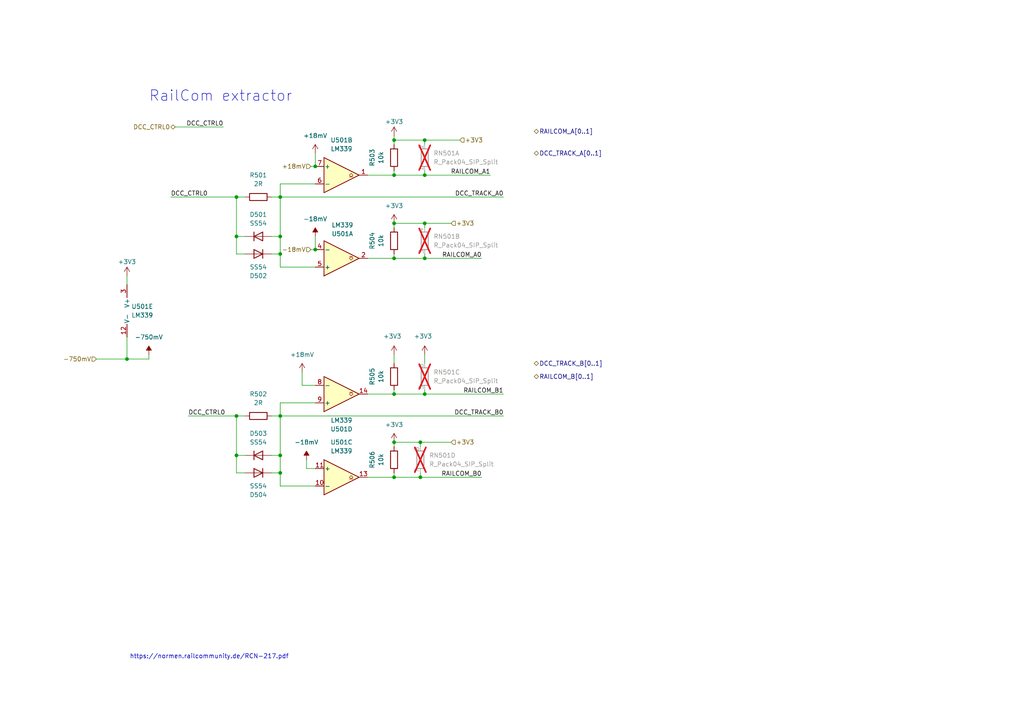
<source format=kicad_sch>
(kicad_sch (version 20231120) (generator "eeschema") (generator_version "8.0")
  (paper "A4")
  (lib_symbols
    (symbol "Comparator:LM339" (pin_names (offset 0.127))
      (property "Reference" "U" (at 0 5.08 0))
      (property "Value" "LM339" (at 0 -5.08 0))
      (symbol "LM339_1_1"
        (polyline (pts (xy -5.08 5.08) (xy 5.08 0) (xy -5.08 -5.08) (xy -5.08 5.08)) (stroke (width 0.254)) (fill (type background)))
        (polyline (pts (xy 3.302 -0.508) (xy 2.794 -0.508) (xy 3.302 0) (xy 2.794 0.508) (xy 2.286 0) (xy 2.794 -0.508) (xy 2.286 -0.508)) (stroke (width 0.127)))
        (pin open_collector line (at 7.62 0 180) (length 2.54) (name "~") (number "2"))
        (pin input line (at -7.62 -2.54 0) (length 2.54) (name "-") (number "4"))
        (pin input line (at -7.62 2.54 0) (length 2.54) (name "+") (number "5"))
      )
      (symbol "LM339_2_1"
        (polyline (pts (xy -5.08 5.08) (xy 5.08 0) (xy -5.08 -5.08) (xy -5.08 5.08)) (stroke (width 0.254)) (fill (type background)))
        (polyline (pts (xy 3.302 -0.508) (xy 2.794 -0.508) (xy 3.302 0) (xy 2.794 0.508) (xy 2.286 0) (xy 2.794 -0.508) (xy 2.286 -0.508)) (stroke (width 0.127)))
        (pin open_collector line (at 7.62 0 180) (length 2.54) (name "~") (number "1"))
        (pin input line (at -7.62 -2.54 0) (length 2.54) (name "-") (number "6"))
        (pin input line (at -7.62 2.54 0) (length 2.54) (name "+") (number "7"))
      )
      (symbol "LM339_3_1"
        (polyline (pts (xy -5.08 5.08) (xy 5.08 0) (xy -5.08 -5.08) (xy -5.08 5.08)) (stroke (width 0.254)) (fill (type background)))
        (polyline (pts (xy 3.302 -0.508) (xy 2.794 -0.508) (xy 3.302 0) (xy 2.794 0.508) (xy 2.286 0) (xy 2.794 -0.508) (xy 2.286 -0.508)) (stroke (width 0.127)))
        (pin input line (at -7.62 -2.54 0) (length 2.54) (name "-") (number "10"))
        (pin input line (at -7.62 2.54 0) (length 2.54) (name "+") (number "11"))
        (pin open_collector line (at 7.62 0 180) (length 2.54) (name "~") (number "13"))
      )
      (symbol "LM339_4_1"
        (polyline (pts (xy -5.08 5.08) (xy 5.08 0) (xy -5.08 -5.08) (xy -5.08 5.08)) (stroke (width 0.254)) (fill (type background)))
        (polyline (pts (xy 3.302 -0.508) (xy 2.794 -0.508) (xy 3.302 0) (xy 2.794 0.508) (xy 2.286 0) (xy 2.794 -0.508) (xy 2.286 -0.508)) (stroke (width 0.127)))
        (pin open_collector line (at 7.62 0 180) (length 2.54) (name "~") (number "14"))
        (pin input line (at -7.62 -2.54 0) (length 2.54) (name "-") (number "8"))
        (pin input line (at -7.62 2.54 0) (length 2.54) (name "+") (number "9"))
      )
      (symbol "LM339_5_1"
        (pin power_in line (at -2.54 -7.62 90) (length 3.81) (name "V-") (number "12"))
        (pin power_in line (at -2.54 7.62 270) (length 3.81) (name "V+") (number "3"))
      )
    )
    (symbol "Device:D" (pin_numbers hide) (pin_names (offset 1.016) hide)
      (property "Reference" "D" (at 0 2.54 0))
      (property "Value" "D" (at 0 -2.54 0))
      (symbol "D_0_1"
        (polyline (pts (xy -1.27 1.27) (xy -1.27 -1.27)) (stroke (width 0.254)))
        (polyline (pts (xy 1.27 0) (xy -1.27 0)))
        (polyline (pts (xy 1.27 1.27) (xy 1.27 -1.27) (xy -1.27 0) (xy 1.27 1.27)) (stroke (width 0.254)))
      )
      (symbol "D_1_1"
        (pin passive line (at -3.81 0 0) (length 2.54) (name "K") (number "1"))
        (pin passive line (at 3.81 0 180) (length 2.54) (name "A") (number "2"))
      )
    )
    (symbol "Device:R" (pin_numbers hide) (pin_names (offset 0))
      (property "Reference" "R" (at 2.032 0 90))
      (property "Value" "R" (at 0 0 90))
      (symbol "R_0_1"
        (rectangle (start -1.016 -2.54) (end 1.016 2.54) (stroke (width 0.254)))
      )
      (symbol "R_1_1"
        (pin passive line (at 0 3.81 270) (length 1.27) (name "~") (number "1"))
        (pin passive line (at 0 -3.81 90) (length 1.27) (name "~") (number "2"))
      )
    )
    (symbol "Device:R_Pack04_SIP_Split" (pin_names (offset 0) hide)
      (property "Reference" "RN" (at 2.032 0 90))
      (property "Value" "R_Pack04_SIP_Split" (at 0 0 90))
      (symbol "R_Pack04_SIP_Split_0_1"
        (rectangle (start 1.016 2.54) (end -1.016 -2.54) (stroke (width 0.254)))
      )
      (symbol "R_Pack04_SIP_Split_1_1"
        (pin passive line (at 0 -3.81 90) (length 1.27) (name "R1.1") (number "1"))
        (pin passive line (at 0 3.81 270) (length 1.27) (name "R1.2") (number "2"))
      )
      (symbol "R_Pack04_SIP_Split_2_1"
        (pin passive line (at 0 -3.81 90) (length 1.27) (name "R2.1") (number "3"))
        (pin passive line (at 0 3.81 270) (length 1.27) (name "R2.2") (number "4"))
      )
      (symbol "R_Pack04_SIP_Split_3_1"
        (pin passive line (at 0 -3.81 90) (length 1.27) (name "R3.1") (number "5"))
        (pin passive line (at 0 3.81 270) (length 1.27) (name "R3.2") (number "6"))
      )
      (symbol "R_Pack04_SIP_Split_4_1"
        (pin passive line (at 0 -3.81 90) (length 1.27) (name "R4.1") (number "7"))
        (pin passive line (at 0 3.81 270) (length 1.27) (name "R4.2") (number "8"))
      )
    )
    (symbol "power:+5V" (power) (pin_names (offset 0))
      (property "Value" "+5V" (at 0 3.556 0))
      (symbol "+5V_0_1"
        (polyline (pts (xy -0.762 1.27) (xy 0 2.54)))
        (polyline (pts (xy 0 0) (xy 0 2.54)))
        (polyline (pts (xy 0 2.54) (xy 0.762 1.27)))
      )
      (symbol "+5V_1_1"
        (pin power_in line (at 0 0 90) (length 0) hide (name "+5V") (number "1"))
      )
    )
    (symbol "power:-5V" (power) (pin_names (offset 0))
      (property "Value" "-5V" (at 0 3.81 0))
      (symbol "-5V_0_0"
        (pin power_in line (at 0 0 90) (length 0) hide (name "-5V") (number "1"))
      )
      (symbol "-5V_0_1"
        (polyline (pts (xy 0 0) (xy 0 1.27) (xy 0.762 1.27) (xy 0 2.54) (xy -0.762 1.27) (xy 0 1.27)) (fill (type outline)))
      )
    )
  )
  (junction (at 114.3 114.3))
  (junction (at 81.28 68.58))
  (junction (at 121.92 138.43))
  (junction (at 123.19 64.77))
  (junction (at 68.58 132.08))
  (junction (at 121.92 128.27))
  (junction (at 114.3 128.27))
  (junction (at 36.83 104.14))
  (junction (at 123.19 50.8))
  (junction (at 68.58 57.15))
  (junction (at 91.44 48.26))
  (junction (at 68.58 120.65))
  (junction (at 81.28 73.66))
  (junction (at 114.3 64.77))
  (junction (at 114.3 50.8))
  (junction (at 81.28 57.15))
  (junction (at 114.3 138.43))
  (junction (at 81.28 137.16))
  (junction (at 81.28 120.65))
  (junction (at 91.44 72.39))
  (junction (at 123.19 114.3))
  (junction (at 81.28 132.08))
  (junction (at 123.19 40.64))
  (junction (at 114.3 40.64))
  (junction (at 123.19 74.93))
  (junction (at 114.3 74.93))
  (junction (at 68.58 68.58))
  (wire (pts (xy 78.74 137.16) (xy 81.28 137.16)))
  (wire (pts (xy 36.83 104.14) (xy 43.18 104.14)))
  (wire (pts (xy 81.28 140.97) (xy 91.44 140.97)))
  (wire (pts (xy 114.3 74.93) (xy 123.19 74.93)))
  (wire (pts (xy 114.3 50.8) (xy 123.19 50.8)))
  (wire (pts (xy 68.58 132.08) (xy 68.58 137.16)))
  (wire (pts (xy 92.71 72.39) (xy 91.44 72.39)))
  (wire (pts (xy 81.28 132.08) (xy 81.28 137.16)))
  (wire (pts (xy 123.19 73.66) (xy 123.19 74.93)))
  (wire (pts (xy 81.28 53.34) (xy 81.28 57.15)))
  (wire (pts (xy 123.19 40.64) (xy 123.19 41.91)))
  (wire (pts (xy 68.58 57.15) (xy 71.12 57.15)))
  (wire (pts (xy 88.9 133.35) (xy 88.9 135.89)))
  (wire (pts (xy 91.44 44.45) (xy 91.44 48.26)))
  (wire (pts (xy 78.74 68.58) (xy 81.28 68.58)))
  (wire (pts (xy 123.19 49.53) (xy 123.19 50.8)))
  (wire (pts (xy 68.58 68.58) (xy 71.12 68.58)))
  (wire (pts (xy 81.28 57.15) (xy 81.28 68.58)))
  (wire (pts (xy 123.19 64.77) (xy 130.81 64.77)))
  (wire (pts (xy 81.28 57.15) (xy 146.05 57.15)))
  (wire (pts (xy 114.3 138.43) (xy 121.92 138.43)))
  (wire (pts (xy 88.9 135.89) (xy 91.44 135.89)))
  (wire (pts (xy 87.63 107.95) (xy 87.63 111.76)))
  (wire (pts (xy 123.19 113.03) (xy 123.19 114.3)))
  (wire (pts (xy 54.61 120.65) (xy 68.58 120.65)))
  (wire (pts (xy 123.19 50.8) (xy 142.24 50.8)))
  (wire (pts (xy 114.3 40.64) (xy 123.19 40.64)))
  (wire (pts (xy 68.58 137.16) (xy 71.12 137.16)))
  (wire (pts (xy 36.83 104.14) (xy 36.83 97.79)))
  (wire (pts (xy 90.17 48.26) (xy 91.44 48.26)))
  (wire (pts (xy 114.3 41.91) (xy 114.3 40.64)))
  (wire (pts (xy 106.68 50.8) (xy 114.3 50.8)))
  (wire (pts (xy 81.28 68.58) (xy 81.28 73.66)))
  (wire (pts (xy 81.28 116.84) (xy 91.44 116.84)))
  (wire (pts (xy 106.68 114.3) (xy 114.3 114.3)))
  (wire (pts (xy 114.3 128.27) (xy 121.92 128.27)))
  (wire (pts (xy 27.94 104.14) (xy 36.83 104.14)))
  (wire (pts (xy 123.19 102.87) (xy 123.19 105.41)))
  (wire (pts (xy 123.19 40.64) (xy 133.35 40.64)))
  (wire (pts (xy 87.63 111.76) (xy 91.44 111.76)))
  (wire (pts (xy 121.92 128.27) (xy 130.81 128.27)))
  (wire (pts (xy 121.92 128.27) (xy 121.92 129.54)))
  (wire (pts (xy 36.83 80.01) (xy 36.83 82.55)))
  (wire (pts (xy 121.92 137.16) (xy 121.92 138.43)))
  (wire (pts (xy 68.58 57.15) (xy 68.58 68.58)))
  (wire (pts (xy 91.44 68.58) (xy 91.44 72.39)))
  (wire (pts (xy 114.3 114.3) (xy 123.19 114.3)))
  (wire (pts (xy 43.18 104.14) (xy 43.18 102.87)))
  (wire (pts (xy 106.68 74.93) (xy 114.3 74.93)))
  (wire (pts (xy 121.92 138.43) (xy 139.7 138.43)))
  (wire (pts (xy 68.58 132.08) (xy 71.12 132.08)))
  (wire (pts (xy 114.3 64.77) (xy 114.3 66.04)))
  (wire (pts (xy 78.74 73.66) (xy 81.28 73.66)))
  (wire (pts (xy 68.58 68.58) (xy 68.58 73.66)))
  (wire (pts (xy 114.3 73.66) (xy 114.3 74.93)))
  (wire (pts (xy 81.28 53.34) (xy 91.44 53.34)))
  (wire (pts (xy 114.3 40.64) (xy 114.3 39.37)))
  (wire (pts (xy 81.28 73.66) (xy 81.28 77.47)))
  (wire (pts (xy 81.28 137.16) (xy 81.28 140.97)))
  (wire (pts (xy 49.53 57.15) (xy 68.58 57.15)))
  (wire (pts (xy 68.58 73.66) (xy 71.12 73.66)))
  (wire (pts (xy 123.19 64.77) (xy 123.19 66.04)))
  (wire (pts (xy 78.74 132.08) (xy 81.28 132.08)))
  (wire (pts (xy 90.17 72.39) (xy 91.44 72.39)))
  (wire (pts (xy 50.8 36.83) (xy 64.77 36.83)))
  (wire (pts (xy 81.28 77.47) (xy 91.44 77.47)))
  (wire (pts (xy 123.19 114.3) (xy 146.05 114.3)))
  (wire (pts (xy 81.28 120.65) (xy 146.05 120.65)))
  (wire (pts (xy 68.58 120.65) (xy 68.58 132.08)))
  (wire (pts (xy 114.3 49.53) (xy 114.3 50.8)))
  (wire (pts (xy 106.68 138.43) (xy 114.3 138.43)))
  (wire (pts (xy 114.3 128.27) (xy 114.3 129.54)))
  (wire (pts (xy 81.28 116.84) (xy 81.28 120.65)))
  (wire (pts (xy 114.3 137.16) (xy 114.3 138.43)))
  (wire (pts (xy 114.3 102.87) (xy 114.3 105.41)))
  (wire (pts (xy 123.19 74.93) (xy 139.7 74.93)))
  (wire (pts (xy 78.74 120.65) (xy 81.28 120.65)))
  (wire (pts (xy 68.58 120.65) (xy 71.12 120.65)))
  (wire (pts (xy 114.3 113.03) (xy 114.3 114.3)))
  (wire (pts (xy 114.3 64.77) (xy 123.19 64.77)))
  (wire (pts (xy 81.28 120.65) (xy 81.28 132.08)))
  (wire (pts (xy 78.74 57.15) (xy 81.28 57.15)))
  (text "https://normen.railcommunity.de/RCN-217.pdf" (at 60.706 190.5 0) (effects (font (size 1.27 1.27))))
  (text "RailCom extractor" (at 64.008 27.94 0) (effects (font (size 3.048 3.048))))
  (label "RAILCOM_A0" (at 139.7 74.93 180))
  (label "RAILCOM_B1" (at 146.05 114.3 180))
  (label "DCC_TRACK_B0" (at 146.05 120.65 180))
  (label "DCC_CTRL0" (at 54.61 120.65 0))
  (label "RAILCOM_B0" (at 139.7 138.43 180))
  (label "DCC_TRACK_A0" (at 146.05 57.15 180))
  (label "RAILCOM_A1" (at 142.24 50.8 180))
  (label "DCC_CTRL0" (at 64.77 36.83 180))
  (label "DCC_CTRL0" (at 49.53 57.15 0))
  (hierarchical_label "+3V3" (shape input) (at 130.81 64.77 0))
  (hierarchical_label "RAILCOM_B[0..1]" (shape bidirectional) (at 154.94 109.22 0))
  (hierarchical_label "DCC_TRACK_A[0..1]" (shape bidirectional) (at 154.94 44.45 0))
  (hierarchical_label "-750mV" (shape input) (at 27.94 104.14 180))
  (hierarchical_label "RAILCOM_A[0..1]" (shape bidirectional) (at 154.94 38.1 0))
  (hierarchical_label "DCC_CTRL0" (shape bidirectional) (at 50.8 36.83 180))
  (hierarchical_label "+18mV" (shape input) (at 90.17 48.26 180))
  (hierarchical_label "-18mV" (shape input) (at 90.17 72.39 180))
  (hierarchical_label "+3V3" (shape input) (at 133.35 40.64 0))
  (hierarchical_label "DCC_TRACK_B[0..1]" (shape bidirectional) (at 154.94 105.41 0))
  (hierarchical_label "+3V3" (shape input) (at 130.81 128.27 0))
  (symbol (lib_id "Device:D") (at 74.93 68.58 0) (unit 1)
    (property "Reference" "D501" (at 74.93 62.23 0))
    (property "Value" "SS54" (at 74.93 64.77 0))
    (property "Footprint" "Diode_SMD:D_SMA_Handsoldering" (effects (hide yes)))
    (property "Description" "Diode" (effects (hide yes)))
    (property "Sim.Device" "D" (effects (hide yes)))
    (property "Sim.Pins" "1=K 2=A" (effects (hide yes)))
    (property "OLI_ID" "SS54_SMA" (effects (hide yes)))
  )
  (symbol (lib_id "Comparator:LM339") (at 99.06 50.8 0) (unit 2)
    (property "Reference" "U501" (at 99.06 40.64 0))
    (property "Value" "LM339" (at 99.06 43.18 0))
    (property "Footprint" "Package_SO:SOIC-14_3.9x8.7mm_P1.27mm" (effects (hide yes)))
    (property "Datasheet" "https://www.st.com/resource/en/datasheet/lm139.pdf" (effects (hide yes)))
    (property "Description" "Quad Differential Comparators, SOIC-14/TSSOP-14" (effects (hide yes)))
    (property "OLI_ID" "LM339_SOIC-14" (effects (hide yes)))
  )
  (symbol (lib_id "Device:R_Pack04_SIP_Split") (at 123.19 109.22 0) (unit 3) (exclude_from_sim yes) (in_bom no) (on_board no) (dnp yes)
    (property "Reference" "RN501" (at 125.73 107.9499 0) (effects (justify left)))
    (property "Value" "R_Pack04_SIP_Split" (at 125.73 110.4899 0) (effects (justify left)))
    (property "Footprint" "Resistor_SMD:R_Array_Convex_4x0603" (effects (hide yes)))
    (property "Datasheet" "http://www.vishay.com/docs/31509/csc.pdf" (effects (hide yes)))
    (property "Description" "4 resistor network, parallel topology, SIP package, split" (effects (hide yes)))
  )
  (symbol (lib_id "Comparator:LM339") (at 39.37 90.17 0) (unit 5)
    (property "Reference" "U501" (at 38.1 88.8999 0) (effects (justify left)))
    (property "Value" "LM339" (at 38.1 91.4399 0) (effects (justify left)))
    (property "Footprint" "Package_SO:SOIC-14_3.9x8.7mm_P1.27mm" (effects (hide yes)))
    (property "Datasheet" "https://www.st.com/resource/en/datasheet/lm139.pdf" (effects (hide yes)))
    (property "Description" "Quad Differential Comparators, SOIC-14/TSSOP-14" (effects (hide yes)))
    (property "OLI_ID" "LM339_SOIC-14" (effects (hide yes)))
  )
  (symbol (lib_id "Device:R_Pack04_SIP_Split") (at 123.19 69.85 0) (unit 2) (exclude_from_sim yes) (in_bom no) (on_board no) (dnp yes)
    (property "Reference" "RN501" (at 125.73 68.5799 0) (effects (justify left)))
    (property "Value" "R_Pack04_SIP_Split" (at 125.73 71.1199 0) (effects (justify left)))
    (property "Footprint" "Resistor_SMD:R_Array_Convex_4x0603" (effects (hide yes)))
    (property "Datasheet" "http://www.vishay.com/docs/31509/csc.pdf" (effects (hide yes)))
    (property "Description" "4 resistor network, parallel topology, SIP package, split" (effects (hide yes)))
  )
  (symbol (lib_id "power:+5V") (at 91.44 44.45 0) (unit 1)
    (property "Reference" "#PWR0505" (effects (hide yes)))
    (property "Value" "+18mV" (at 91.44 39.37 0))
    (property "Description" "Power symbol creates a global label with name \"+5V\"" (effects (hide yes)))
  )
  (symbol (lib_id "Device:R") (at 114.3 69.85 0) (mirror x) (unit 1)
    (property "Reference" "R504" (at 107.95 69.85 90))
    (property "Value" "10k" (at 110.49 69.85 90))
    (property "Footprint" "Resistor_SMD:R_0805_2012Metric_Pad1.20x1.40mm_HandSolder" (effects (hide yes)))
    (property "Description" "Resistor" (effects (hide yes)))
    (property "OLI_ID" "10k_0805" (effects (hide yes)))
  )
  (symbol (lib_id "Comparator:LM339") (at 99.06 114.3 0) (mirror x) (unit 4)
    (property "Reference" "U501" (at 99.06 124.46 0))
    (property "Value" "LM339" (at 99.06 121.92 0))
    (property "Footprint" "Package_SO:SOIC-14_3.9x8.7mm_P1.27mm" (effects (hide yes)))
    (property "Datasheet" "https://www.st.com/resource/en/datasheet/lm139.pdf" (effects (hide yes)))
    (property "Description" "Quad Differential Comparators, SOIC-14/TSSOP-14" (effects (hide yes)))
    (property "OLI_ID" "LM339_SOIC-14" (effects (hide yes)))
  )
  (symbol (lib_id "power:+5V") (at 114.3 128.27 0) (unit 1)
    (property "Reference" "#PWR0510" (effects (hide yes)))
    (property "Value" "+3V3" (at 114.3 123.19 0))
    (property "Description" "Power symbol creates a global label with name \"+5V\"" (effects (hide yes)))
  )
  (symbol (lib_id "power:-5V") (at 91.44 68.58 0) (unit 1)
    (property "Reference" "#PWR0506" (effects (hide yes)))
    (property "Value" "-18mV" (at 91.44 63.5 0))
    (property "Description" "Power symbol creates a global label with name \"-5V\"" (effects (hide yes)))
  )
  (symbol (lib_id "Device:D") (at 74.93 73.66 0) (mirror y) (unit 1)
    (property "Reference" "D502" (at 74.93 80.01 0))
    (property "Value" "SS54" (at 74.93 77.47 0))
    (property "Footprint" "Diode_SMD:D_SMA_Handsoldering" (effects (hide yes)))
    (property "Description" "Diode" (effects (hide yes)))
    (property "Sim.Device" "D" (effects (hide yes)))
    (property "Sim.Pins" "1=K 2=A" (effects (hide yes)))
    (property "OLI_ID" "SS54_SMA" (effects (hide yes)))
  )
  (symbol (lib_id "Device:R") (at 74.93 120.65 270) (unit 1)
    (property "Reference" "R502" (at 74.93 114.3 90))
    (property "Value" "2R" (at 74.93 116.84 90))
    (property "Footprint" "Resistor_SMD:R_0805_2012Metric_Pad1.20x1.40mm_HandSolder" (effects (hide yes)))
    (property "Description" "Resistor" (effects (hide yes)))
    (property "OLI_ID" "2R_0603" (effects (hide yes)))
  )
  (symbol (lib_id "Device:R") (at 114.3 133.35 0) (mirror x) (unit 1)
    (property "Reference" "R506" (at 107.95 133.35 90))
    (property "Value" "10k" (at 110.49 133.35 90))
    (property "Footprint" "Resistor_SMD:R_0805_2012Metric_Pad1.20x1.40mm_HandSolder" (effects (hide yes)))
    (property "Description" "Resistor" (effects (hide yes)))
    (property "OLI_ID" "10k_0805" (effects (hide yes)))
  )
  (symbol (lib_id "power:+5V") (at 87.63 107.95 0) (unit 1)
    (property "Reference" "#PWR0503" (effects (hide yes)))
    (property "Value" "+18mV" (at 87.63 102.87 0))
    (property "Description" "Power symbol creates a global label with name \"+5V\"" (effects (hide yes)))
  )
  (symbol (lib_id "Device:R_Pack04_SIP_Split") (at 123.19 45.72 0) (unit 1) (exclude_from_sim yes) (in_bom no) (on_board no) (dnp yes)
    (property "Reference" "RN501" (at 125.73 44.4499 0) (effects (justify left)))
    (property "Value" "R_Pack04_SIP_Split" (at 125.73 46.9899 0) (effects (justify left)))
    (property "Footprint" "Resistor_SMD:R_Array_Convex_4x0603" (effects (hide yes)))
    (property "Datasheet" "http://www.vishay.com/docs/31509/csc.pdf" (effects (hide yes)))
    (property "Description" "4 resistor network, parallel topology, SIP package, split" (effects (hide yes)))
  )
  (symbol (lib_id "Device:R_Pack04_SIP_Split") (at 121.92 133.35 0) (unit 4) (exclude_from_sim yes) (in_bom no) (on_board no) (dnp yes)
    (property "Reference" "RN501" (at 124.46 132.0799 0) (effects (justify left)))
    (property "Value" "R_Pack04_SIP_Split" (at 124.46 134.6199 0) (effects (justify left)))
    (property "Footprint" "Resistor_SMD:R_Array_Convex_4x0603" (effects (hide yes)))
    (property "Datasheet" "http://www.vishay.com/docs/31509/csc.pdf" (effects (hide yes)))
    (property "Description" "4 resistor network, parallel topology, SIP package, split" (effects (hide yes)))
  )
  (symbol (lib_id "power:-5V") (at 88.9 133.35 0) (unit 1)
    (property "Reference" "#PWR0504" (effects (hide yes)))
    (property "Value" "-18mV" (at 88.9 128.27 0))
    (property "Description" "Power symbol creates a global label with name \"-5V\"" (effects (hide yes)))
  )
  (symbol (lib_id "power:+5V") (at 123.19 102.87 0) (unit 1)
    (property "Reference" "#PWR0511" (effects (hide yes)))
    (property "Value" "+3V3" (at 122.682 97.536 0))
    (property "Description" "Power symbol creates a global label with name \"+5V\"" (effects (hide yes)))
  )
  (symbol (lib_id "power:-5V") (at 43.18 102.87 0) (unit 1)
    (property "Reference" "#PWR0502" (effects (hide yes)))
    (property "Value" "-750mV" (at 43.18 97.79 0))
    (property "Description" "Power symbol creates a global label with name \"-5V\"" (effects (hide yes)))
  )
  (symbol (lib_id "power:+5V") (at 36.83 80.01 0) (unit 1)
    (property "Reference" "#PWR0501" (effects (hide yes)))
    (property "Value" "+3V3" (at 36.83 75.946 0))
    (property "Description" "Power symbol creates a global label with name \"+5V\"" (effects (hide yes)))
  )
  (symbol (lib_id "Device:D") (at 74.93 132.08 0) (unit 1)
    (property "Reference" "D503" (at 74.93 125.73 0))
    (property "Value" "SS54" (at 74.93 128.27 0))
    (property "Footprint" "Diode_SMD:D_SMA_Handsoldering" (effects (hide yes)))
    (property "Description" "Diode" (effects (hide yes)))
    (property "Sim.Device" "D" (effects (hide yes)))
    (property "Sim.Pins" "1=K 2=A" (effects (hide yes)))
    (property "OLI_ID" "SS54_SMA" (effects (hide yes)))
  )
  (symbol (lib_id "Device:D") (at 74.93 137.16 0) (mirror y) (unit 1)
    (property "Reference" "D504" (at 74.93 143.51 0))
    (property "Value" "SS54" (at 74.93 140.97 0))
    (property "Footprint" "Diode_SMD:D_SMA_Handsoldering" (effects (hide yes)))
    (property "Description" "Diode" (effects (hide yes)))
    (property "Sim.Device" "D" (effects (hide yes)))
    (property "Sim.Pins" "1=K 2=A" (effects (hide yes)))
    (property "OLI_ID" "SS54_SMA" (effects (hide yes)))
  )
  (symbol (lib_id "power:+5V") (at 114.3 102.87 0) (unit 1)
    (property "Reference" "#PWR0509" (effects (hide yes)))
    (property "Value" "+3V3" (at 113.792 97.536 0))
    (property "Description" "Power symbol creates a global label with name \"+5V\"" (effects (hide yes)))
  )
  (symbol (lib_id "power:+5V") (at 114.3 64.77 0) (unit 1)
    (property "Reference" "#PWR0508" (effects (hide yes)))
    (property "Value" "+3V3" (at 114.3 59.69 0))
    (property "Description" "Power symbol creates a global label with name \"+5V\"" (effects (hide yes)))
  )
  (symbol (lib_id "power:+5V") (at 114.3 39.37 0) (unit 1)
    (property "Reference" "#PWR0507" (effects (hide yes)))
    (property "Value" "+3V3" (at 114.3 35.306 0))
    (property "Description" "Power symbol creates a global label with name \"+5V\"" (effects (hide yes)))
  )
  (symbol (lib_id "Comparator:LM339") (at 99.06 74.93 0) (mirror x) (unit 1)
    (property "Reference" "U501" (at 99.314 67.818 0))
    (property "Value" "LM339" (at 99.314 65.278 0))
    (property "Footprint" "Package_SO:SOIC-14_3.9x8.7mm_P1.27mm" (effects (hide yes)))
    (property "Datasheet" "https://www.st.com/resource/en/datasheet/lm139.pdf" (effects (hide yes)))
    (property "Description" "Quad Differential Comparators, SOIC-14/TSSOP-14" (effects (hide yes)))
    (property "OLI_ID" "LM339_SOIC-14" (effects (hide yes)))
  )
  (symbol (lib_id "Comparator:LM339") (at 99.06 138.43 0) (unit 3)
    (property "Reference" "U501" (at 99.06 128.27 0))
    (property "Value" "LM339" (at 99.06 130.81 0))
    (property "Footprint" "Package_SO:SOIC-14_3.9x8.7mm_P1.27mm" (effects (hide yes)))
    (property "Datasheet" "https://www.st.com/resource/en/datasheet/lm139.pdf" (effects (hide yes)))
    (property "Description" "Quad Differential Comparators, SOIC-14/TSSOP-14" (effects (hide yes)))
    (property "OLI_ID" "LM339_SOIC-14" (effects (hide yes)))
  )
  (symbol (lib_id "Device:R") (at 114.3 45.72 0) (mirror x) (unit 1)
    (property "Reference" "R503" (at 107.95 45.72 90))
    (property "Value" "10k" (at 110.49 45.72 90))
    (property "Footprint" "Resistor_SMD:R_0805_2012Metric_Pad1.20x1.40mm_HandSolder" (effects (hide yes)))
    (property "Description" "Resistor" (effects (hide yes)))
    (property "OLI_ID" "10k_0805" (effects (hide yes)))
  )
  (symbol (lib_id "Device:R") (at 74.93 57.15 270) (unit 1)
    (property "Reference" "R501" (at 74.93 50.8 90))
    (property "Value" "2R" (at 74.93 53.34 90))
    (property "Footprint" "Resistor_SMD:R_0805_2012Metric_Pad1.20x1.40mm_HandSolder" (effects (hide yes)))
    (property "Description" "Resistor" (effects (hide yes)))
    (property "OLI_ID" "2R_0603" (effects (hide yes)))
  )
  (symbol (lib_id "Device:R") (at 114.3 109.22 0) (mirror x) (unit 1)
    (property "Reference" "R505" (at 107.95 109.22 90))
    (property "Value" "10k" (at 110.49 109.22 90))
    (property "Footprint" "Resistor_SMD:R_0805_2012Metric_Pad1.20x1.40mm_HandSolder" (effects (hide yes)))
    (property "Description" "Resistor" (effects (hide yes)))
    (property "OLI_ID" "10k_0805" (effects (hide yes)))
  )
)
</source>
